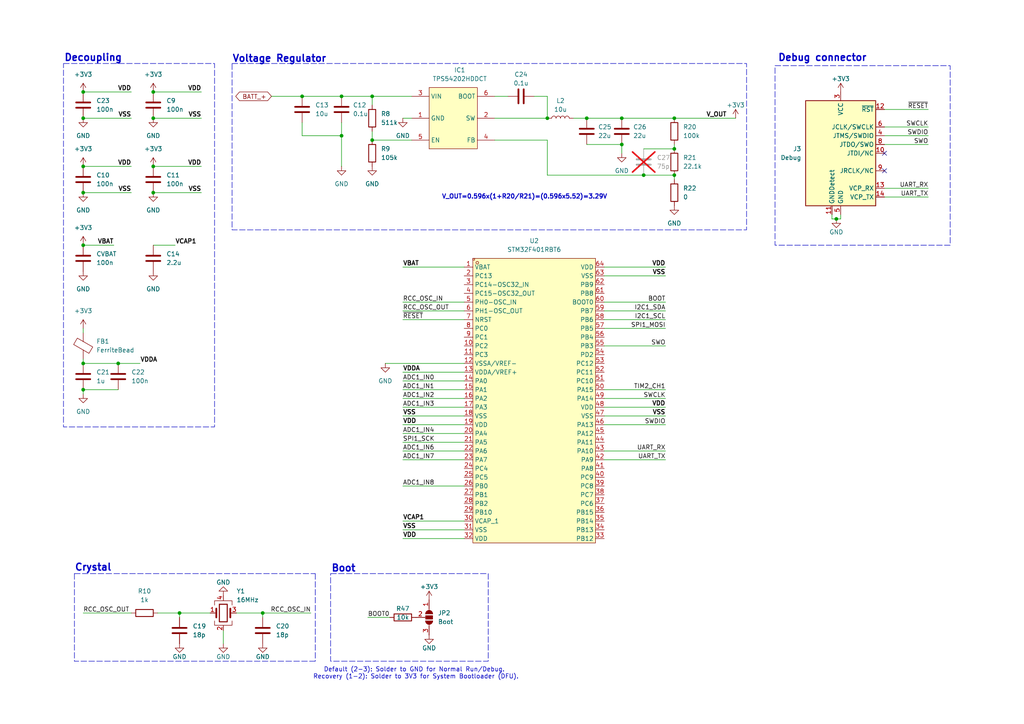
<source format=kicad_sch>
(kicad_sch (version 20250114) (generator "eeschema") (generator_version "9.0")
  (paper "A4")
  (title_block (comment 1 "Angelo Perotti"))
  (lib_symbols
    (symbol "+3V3_16" (power) (pin_names (offset 0))
      (property "Value" "+3V3_16" (at 0 3.556 0))
      (symbol "+3V3_16_0_1"
        (polyline (pts (xy -0.762 1.27) (xy 0 2.54)))
        (polyline (pts (xy 0 2.54) (xy 0.762 1.27)))
        (polyline (pts (xy 0 0) (xy 0 2.54)))
      )
      (symbol "+3V3_16_1_1"
        (pin power_in line (at 0 0 90) (length 0) (hide yes) (name "+3V3") (number "1"))
      )
    )
    (symbol "Connector:Conn_ST_STDC14"
      (property "Reference" "J" (at -8.89 16.51 0))
      (property "Value" "Conn_ST_STDC14" (at 17.78 16.51 0))
      (symbol "Conn_ST_STDC14_0_1"
        (rectangle (start -10.16 15.24) (end 10.16 -15.24) (stroke (width 0.254)) (fill (type background)))
      )
      (symbol "Conn_ST_STDC14_1_1"
        (pin no_connect line (at -10.16 5.08 0) (length 2.54) (hide yes) (name "NC") (number "1"))
        (pin no_connect line (at -10.16 2.54 0) (length 2.54) (hide yes) (name "NC") (number "2"))
        (pin passive line (at -2.54 -17.78 90) (length 2.54) (name "GNDDetect") (number "11"))
        (pin power_in line (at 0 17.78 270) (length 2.54) (name "VCC") (number "3"))
        (pin power_in line (at 0 -17.78 90) (length 2.54) (name "GND") (number "5"))
        (pin passive line (at 0 -17.78 90) (length 2.54) (hide yes) (name "GND") (number "7"))
        (pin open_collector line (at 12.7 12.7 180) (length 2.54) (name "~{RST}") (number "12"))
        (pin output line (at 12.7 7.62 180) (length 2.54) (name "JCLK/SWCLK") (number "6"))
        (pin bidirectional line (at 12.7 5.08 180) (length 2.54) (name "JTMS/SWDIO") (number "4"))
        (pin input line (at 12.7 2.54 180) (length 2.54) (name "JTDO/SWO") (number "8"))
        (pin output line (at 12.7 0 180) (length 2.54) (name "JTDI/NC") (number "10"))
        (pin input line (at 12.7 -5.08 180) (length 2.54) (name "JRCLK/NC") (number "9"))
        (pin output line (at 12.7 -10.16 180) (length 2.54) (name "VCP_RX") (number "13"))
        (pin input line (at 12.7 -12.7 180) (length 2.54) (name "VCP_TX") (number "14"))
      )
    )
    (symbol "Device:C" (pin_numbers (hide yes)) (pin_names (offset 0.254))
      (property "Reference" "C" (at 0.635 2.54 0))
      (property "Value" "C" (at 0.635 -2.54 0))
      (symbol "C_0_1"
        (polyline (pts (xy -2.032 0.762) (xy 2.032 0.762)) (stroke (width 0.508)))
        (polyline (pts (xy -2.032 -0.762) (xy 2.032 -0.762)) (stroke (width 0.508)))
      )
      (symbol "C_1_1"
        (pin passive line (at 0 3.81 270) (length 2.794) (name "~") (number "1"))
        (pin passive line (at 0 -3.81 90) (length 2.794) (name "~") (number "2"))
      )
    )
    (symbol "Device:Crystal_GND24" (pin_names (offset 1.016) (hide yes))
      (property "Reference" "Y" (at 3.175 5.08 0))
      (property "Value" "Crystal_GND24" (at 3.175 3.175 0))
      (symbol "Crystal_GND24_0_1"
        (polyline (pts (xy -2.54 2.286) (xy -2.54 3.556) (xy 2.54 3.556) (xy 2.54 2.286)))
        (polyline (pts (xy -2.54 0) (xy -2.032 0)))
        (polyline (pts (xy -2.54 -2.286) (xy -2.54 -3.556) (xy 2.54 -3.556) (xy 2.54 -2.286)))
        (polyline (pts (xy -2.032 -1.27) (xy -2.032 1.27)) (stroke (width 0.508)))
        (rectangle (start -1.143 2.54) (end 1.143 -2.54) (stroke (width 0.3048)))
        (polyline (pts (xy 0 3.556) (xy 0 3.81)))
        (polyline (pts (xy 0 -3.81) (xy 0 -3.556)))
        (polyline (pts (xy 2.032 0) (xy 2.54 0)))
        (polyline (pts (xy 2.032 -1.27) (xy 2.032 1.27)) (stroke (width 0.508)))
      )
      (symbol "Crystal_GND24_1_1"
        (pin passive line (at -3.81 0 0) (length 1.27) (name "1") (number "1"))
        (pin passive line (at 0 5.08 270) (length 1.27) (name "2") (number "2"))
        (pin passive line (at 0 -5.08 90) (length 1.27) (name "4") (number "4"))
        (pin passive line (at 3.81 0 180) (length 1.27) (name "3") (number "3"))
      )
    )
    (symbol "Device:FerriteBead" (pin_numbers (hide yes)) (pin_names (offset 0))
      (property "Reference" "FB" (at -3.81 0.635 90))
      (property "Value" "FerriteBead" (at 3.81 0 90))
      (symbol "FerriteBead_0_1"
        (polyline (pts (xy -2.7686 0.4064) (xy -1.7018 2.2606) (xy 2.7686 -0.3048) (xy 1.6764 -2.159) (xy -2.7686 0.4064)))
        (polyline (pts (xy 0 1.27) (xy 0 1.2954)))
        (polyline (pts (xy 0 -1.27) (xy 0 -1.2192)))
      )
      (symbol "FerriteBead_1_1"
        (pin passive line (at 0 3.81 270) (length 2.54) (name "~") (number "1"))
        (pin passive line (at 0 -3.81 90) (length 2.54) (name "~") (number "2"))
      )
    )
    (symbol "Device:L" (pin_numbers (hide yes)) (pin_names (offset 1.016) (hide yes))
      (property "Reference" "L" (at -1.27 0 90))
      (property "Value" "L" (at 1.905 0 90))
      (symbol "L_0_1"
        (arc (start 0 2.54) (mid 0.6323 1.905) (end 0 1.27))
        (arc (start 0 1.27) (mid 0.6323 0.635) (end 0 0))
        (arc (start 0 0) (mid 0.6323 -0.635) (end 0 -1.27))
        (arc (start 0 -1.27) (mid 0.6323 -1.905) (end 0 -2.54))
      )
      (symbol "L_1_1"
        (pin passive line (at 0 3.81 270) (length 1.27) (name "1") (number "1"))
        (pin passive line (at 0 -3.81 90) (length 1.27) (name "2") (number "2"))
      )
    )
    (symbol "Device:R" (pin_numbers (hide yes)) (pin_names (offset 0))
      (property "Reference" "R" (at 2.032 0 90))
      (property "Value" "R" (at 0 0 90))
      (symbol "R_0_1"
        (rectangle (start -1.016 -2.54) (end 1.016 2.54) (stroke (width 0.254)))
      )
      (symbol "R_1_1"
        (pin passive line (at 0 3.81 270) (length 1.27) (name "~") (number "1"))
        (pin passive line (at 0 -3.81 90) (length 1.27) (name "~") (number "2"))
      )
    )
    (symbol "EasyEDA:STM32F401RBT6"
      (property "Reference" "U2" (at 0 46.99 0))
      (property "Value" "STM32F401RBT6" (at 0 44.45 0))
      (symbol "STM32F401RBT6_0_1"
        (rectangle (start -17.78 41.91) (end -17.27 41.4) (fill (type background)))
        (circle (center -16.51 40.64) (radius 0.38))
        (pin unspecified line (at -20.32 39.37 0) (length 2.54) (name "VBAT") (number "1"))
        (pin unspecified line (at -20.32 36.83 0) (length 2.54) (name "PC13") (number "2"))
        (pin unspecified line (at -20.32 34.29 0) (length 2.54) (name "PC14-OSC32_IN") (number "3"))
        (pin unspecified line (at -20.32 31.75 0) (length 2.54) (name "PC15-OSC32_OUT") (number "4"))
        (pin unspecified line (at -20.32 29.21 0) (length 2.54) (name "PH0-OSC_IN") (number "5"))
        (pin unspecified line (at -20.32 26.67 0) (length 2.54) (name "PH1-OSC_OUT") (number "6"))
        (pin unspecified line (at -20.32 24.13 0) (length 2.54) (name "NRST") (number "7"))
        (pin unspecified line (at -20.32 21.59 0) (length 2.54) (name "PC0") (number "8"))
        (pin unspecified line (at -20.32 19.05 0) (length 2.54) (name "PC1") (number "9"))
        (pin unspecified line (at -20.32 16.51 0) (length 2.54) (name "PC2") (number "10"))
        (pin unspecified line (at -20.32 13.97 0) (length 2.54) (name "PC3") (number "11"))
        (pin unspecified line (at -20.32 11.43 0) (length 2.54) (name "VSSA/VREF-") (number "12"))
        (pin unspecified line (at -20.32 8.89 0) (length 2.54) (name "VDDA/VREF+") (number "13"))
        (pin unspecified line (at -20.32 6.35 0) (length 2.54) (name "PA0") (number "14"))
        (pin unspecified line (at -20.32 3.81 0) (length 2.54) (name "PA1") (number "15"))
        (pin unspecified line (at -20.32 1.27 0) (length 2.54) (name "PA2") (number "16"))
        (pin unspecified line (at -20.32 -1.27 0) (length 2.54) (name "PA3") (number "17"))
        (pin unspecified line (at -20.32 -3.81 0) (length 2.54) (name "VSS") (number "18"))
        (pin unspecified line (at -20.32 -6.35 0) (length 2.54) (name "VDD") (number "19"))
        (pin unspecified line (at -20.32 -8.89 0) (length 2.54) (name "PA4") (number "20"))
        (pin unspecified line (at -20.32 -11.43 0) (length 2.54) (name "PA5") (number "21"))
        (pin unspecified line (at -20.32 -13.97 0) (length 2.54) (name "PA6") (number "22"))
        (pin unspecified line (at -20.32 -16.51 0) (length 2.54) (name "PA7") (number "23"))
        (pin unspecified line (at -20.32 -19.05 0) (length 2.54) (name "PC4") (number "24"))
        (pin unspecified line (at -20.32 -21.59 0) (length 2.54) (name "PC5") (number "25"))
        (pin unspecified line (at -20.32 -24.13 0) (length 2.54) (name "PB0") (number "26"))
        (pin unspecified line (at -20.32 -26.67 0) (length 2.54) (name "PB1") (number "27"))
        (pin unspecified line (at -20.32 -29.21 0) (length 2.54) (name "PB2") (number "28"))
        (pin unspecified line (at -20.32 -31.75 0) (length 2.54) (name "PB10") (number "29"))
        (pin unspecified line (at -20.32 -34.29 0) (length 2.54) (name "VCAP_1") (number "30"))
        (pin unspecified line (at -20.32 -36.83 0) (length 2.54) (name "VSS") (number "31"))
        (pin unspecified line (at -20.32 -39.37 0) (length 2.54) (name "VDD") (number "32"))
        (pin unspecified line (at 20.32 39.37 180) (length 2.54) (name "VDD") (number "64"))
        (pin unspecified line (at 20.32 36.83 180) (length 2.54) (name "VSS") (number "63"))
        (pin unspecified line (at 20.32 34.29 180) (length 2.54) (name "PB9") (number "62"))
        (pin unspecified line (at 20.32 31.75 180) (length 2.54) (name "PB8") (number "61"))
        (pin unspecified line (at 20.32 29.21 180) (length 2.54) (name "BOOT0") (number "60"))
        (pin unspecified line (at 20.32 26.67 180) (length 2.54) (name "PB7") (number "59"))
        (pin unspecified line (at 20.32 24.13 180) (length 2.54) (name "PB6") (number "58"))
        (pin unspecified line (at 20.32 21.59 180) (length 2.54) (name "PB5") (number "57"))
        (pin unspecified line (at 20.32 19.05 180) (length 2.54) (name "PB4") (number "56"))
        (pin unspecified line (at 20.32 16.51 180) (length 2.54) (name "PB3") (number "55"))
        (pin unspecified line (at 20.32 13.97 180) (length 2.54) (name "PD2") (number "54"))
        (pin unspecified line (at 20.32 11.43 180) (length 2.54) (name "PC12") (number "53"))
        (pin unspecified line (at 20.32 8.89 180) (length 2.54) (name "PC11") (number "52"))
        (pin unspecified line (at 20.32 6.35 180) (length 2.54) (name "PC10") (number "51"))
        (pin unspecified line (at 20.32 3.81 180) (length 2.54) (name "PA15") (number "50"))
        (pin unspecified line (at 20.32 1.27 180) (length 2.54) (name "PA14") (number "49"))
        (pin unspecified line (at 20.32 -1.27 180) (length 2.54) (name "VDD") (number "48"))
        (pin unspecified line (at 20.32 -3.81 180) (length 2.54) (name "VSS") (number "47"))
        (pin unspecified line (at 20.32 -6.35 180) (length 2.54) (name "PA13") (number "46"))
        (pin unspecified line (at 20.32 -8.89 180) (length 2.54) (name "PA12") (number "45"))
        (pin unspecified line (at 20.32 -11.43 180) (length 2.54) (name "PA11") (number "44"))
        (pin unspecified line (at 20.32 -13.97 180) (length 2.54) (name "PA10") (number "43"))
        (pin unspecified line (at 20.32 -16.51 180) (length 2.54) (name "PA9") (number "42"))
        (pin unspecified line (at 20.32 -19.05 180) (length 2.54) (name "PA8") (number "41"))
        (pin unspecified line (at 20.32 -21.59 180) (length 2.54) (name "PC9") (number "40"))
        (pin unspecified line (at 20.32 -24.13 180) (length 2.54) (name "PC8") (number "39"))
        (pin unspecified line (at 20.32 -26.67 180) (length 2.54) (name "PC7") (number "38"))
        (pin unspecified line (at 20.32 -29.21 180) (length 2.54) (name "PC6") (number "37"))
        (pin unspecified line (at 20.32 -31.75 180) (length 2.54) (name "PB15") (number "36"))
        (pin unspecified line (at 20.32 -34.29 180) (length 2.54) (name "PB14") (number "35"))
        (pin unspecified line (at 20.32 -36.83 180) (length 2.54) (name "PB13") (number "34"))
        (pin unspecified line (at 20.32 -39.37 180) (length 2.54) (name "PB12") (number "33"))
      )
      (symbol "STM32F401RBT6_1_1"
        (rectangle (start -17.78 41.91) (end 17.78 -40.64) (fill (type background)))
      )
    )
    (symbol "GND_1" (power) (pin_names (offset 0))
      (property "Value" "GND_1" (at 0 -3.81 0))
      (symbol "GND_1_0_1"
        (polyline (pts (xy 0 0) (xy 0 -1.27) (xy 1.27 -1.27) (xy 0 -2.54) (xy -1.27 -1.27) (xy 0 -1.27)))
      )
      (symbol "GND_1_1_1"
        (pin power_in line (at 0 0 270) (length 0) (hide yes) (name "GND") (number "1"))
      )
    )
    (symbol "Jumper:SolderJumper_3_Open" (pin_names (offset 0) (hide yes))
      (property "Reference" "JP" (at -2.54 -2.54 0))
      (property "Value" "SolderJumper_3_Open" (at 0 2.794 0))
      (symbol "SolderJumper_3_Open_0_1"
        (polyline (pts (xy -2.54 0) (xy -2.032 0)))
        (polyline (pts (xy -1.016 1.016) (xy -1.016 -1.016)))
        (arc (start -1.016 -1.016) (mid -2.0275 0) (end -1.016 1.016))
        (arc (start -1.016 -1.016) (mid -2.0275 0) (end -1.016 1.016) (fill (type outline)))
        (rectangle (start -0.508 1.016) (end 0.508 -1.016) (fill (type outline)))
        (polyline (pts (xy 0 -1.27) (xy 0 -1.016)))
        (arc (start 1.016 1.016) (mid 2.0275 0) (end 1.016 -1.016))
        (arc (start 1.016 1.016) (mid 2.0275 0) (end 1.016 -1.016) (fill (type outline)))
        (polyline (pts (xy 1.016 1.016) (xy 1.016 -1.016)))
        (polyline (pts (xy 2.54 0) (xy 2.032 0)))
      )
      (symbol "SolderJumper_3_Open_1_1"
        (pin passive line (at -5.08 0 0) (length 2.54) (name "A") (number "1"))
        (pin passive line (at 0 -3.81 90) (length 2.54) (name "C") (number "2"))
        (pin passive line (at 5.08 0 180) (length 2.54) (name "B") (number "3"))
      )
    )
    (symbol "TPS54202HDDCT:TPS54202HDDCT"
      (property "Reference" "IC1" (at 13.97 7.62 0))
      (property "Value" "TPS54202HDDCT" (at 13.97 5.08 0))
      (symbol "TPS54202HDDCT_1_1"
        (rectangle (start 5.08 2.54) (end 19.05 -15.24) (fill (type background)))
        (pin passive line (at 0 0 0) (length 5.08) (name "VIN") (number "3"))
        (pin passive line (at 0 -6.35 0) (length 5.08) (name "GND") (number "1"))
        (pin passive line (at 0 -12.7 0) (length 5.08) (name "EN") (number "5"))
        (pin passive line (at 24.13 0 180) (length 5.08) (name "BOOT") (number "6"))
        (pin passive line (at 24.13 -6.35 180) (length 5.08) (name "SW") (number "2"))
        (pin passive line (at 24.13 -12.7 180) (length 5.08) (name "FB") (number "4"))
      )
    )
    (symbol "power:+3V3" (power) (pin_numbers (hide yes)) (pin_names (offset 0) (hide yes))
      (property "Value" "+3V3" (at 0 3.556 0))
      (symbol "+3V3_0_1"
        (polyline (pts (xy -0.762 1.27) (xy 0 2.54)))
        (polyline (pts (xy 0 2.54) (xy 0.762 1.27)))
        (polyline (pts (xy 0 0) (xy 0 2.54)))
      )
      (symbol "+3V3_1_1"
        (pin power_in line (at 0 0 90) (length 0) (name "~") (number "1"))
      )
    )
    (symbol "power:GND" (power) (pin_numbers (hide yes)) (pin_names (offset 0) (hide yes))
      (property "Value" "GND" (at 0 -3.81 0))
      (symbol "GND_0_1"
        (polyline (pts (xy 0 0) (xy 0 -1.27) (xy 1.27 -1.27) (xy 0 -2.54) (xy -1.27 -1.27) (xy 0 -1.27)))
      )
      (symbol "GND_1_1"
        (pin power_in line (at 0 0 270) (length 0) (name "~") (number "1"))
      )
    )
  )
  (rectangle (start 18.415 18.415) (end 62.23 123.825) (stroke (width 0) (type dash)))
  (rectangle (start 224.79 19.05) (end 275.59 71.12) (stroke (width 0) (type dash)))
  (rectangle (start 67.31 18.415) (end 216.535 66.675) (stroke (width 0) (type dash)))
  (rectangle (start 95.885 166.37) (end 141.605 191.77) (stroke (width 0) (type dash)))
  (text "Crystal" (at 21.59 165.862 0) (effects (font (size 2 2) (thickness 0.4) (bold yes)) (justify left bottom)))
  (text "Boot\n" (at 96.012 166.116 0) (effects (font (size 2 2) (thickness 0.4) (bold yes)) (justify left bottom)))
  (text "V_OUT=0.596x(1+R20/R21)=(0.596x5.52)=3.29V\n" (at 152.146 57.15 0) (effects (font (size 1.27 1.27) (thickness 0.254) (bold yes))))
  (text "Voltage Regulator" (at 67.31 18.288 0) (effects (font (size 2 2) (thickness 0.4) (bold yes)) (justify left bottom)))
  (text "Debug connector" (at 225.552 18.034 0) (effects (font (size 2 2) (bold yes)) (justify left bottom)))
  (text "Default (2-3): Solder to GND for Normal Run/Debug. \nRecovery (1-2): Solder to 3V3 for System Bootloader (DFU)." (at 120.65 195.326 0) (effects (font (size 1.27 1.27) (thickness 0.1588))))
  (text "Decoupling\n" (at 18.542 18.034 0) (effects (font (size 2 2) (thickness 0.4) (bold yes)) (justify left bottom)))
  (junction (at 24.13 113.03))
  (junction (at 195.58 43.18))
  (junction (at 186.69 50.8))
  (junction (at 44.45 26.67))
  (junction (at 24.13 55.88))
  (junction (at 180.34 34.29))
  (junction (at 99.06 39.37))
  (junction (at 44.45 55.88))
  (junction (at 76.2 177.8))
  (junction (at 24.13 71.12))
  (junction (at 34.29 105.41))
  (junction (at 107.95 40.64))
  (junction (at 242.57 63.5))
  (junction (at 170.18 34.29))
  (junction (at 24.13 105.41))
  (junction (at 24.13 48.26))
  (junction (at 52.07 177.8))
  (junction (at 158.75 34.29))
  (junction (at 87.63 27.94))
  (junction (at 24.13 34.29))
  (junction (at 44.45 48.26))
  (junction (at 180.34 41.91))
  (junction (at 195.58 34.29))
  (junction (at 24.13 26.67))
  (junction (at 44.45 34.29))
  (junction (at 107.95 27.94))
  (junction (at 195.58 50.8))
  (junction (at 99.06 27.94))
  (no_connect (at 256.54 49.53))
  (no_connect (at 256.54 44.45))
  (wire (pts (xy 107.95 38.1) (xy 107.95 40.64)))
  (wire (pts (xy 116.84 125.73) (xy 134.62 125.73)))
  (wire (pts (xy 34.29 105.41) (xy 24.13 105.41)))
  (wire (pts (xy 175.26 87.63) (xy 193.04 87.63)))
  (wire (pts (xy 116.84 123.19) (xy 134.62 123.19)))
  (wire (pts (xy 116.84 77.47) (xy 134.62 77.47)))
  (wire (pts (xy 107.95 40.64) (xy 119.38 40.64)))
  (wire (pts (xy 116.84 110.49) (xy 134.62 110.49)))
  (wire (pts (xy 58.42 55.88) (xy 44.45 55.88)))
  (wire (pts (xy 269.24 39.37) (xy 256.54 39.37)))
  (polyline (pts (xy 91.44 191.77) (xy 21.59 191.77)) (stroke (width 0) (type dash)))
  (wire (pts (xy 116.84 140.97) (xy 134.62 140.97)))
  (polyline (pts (xy 21.59 166.37) (xy 91.44 166.37)) (stroke (width 0) (type dash)))
  (wire (pts (xy 158.75 50.8) (xy 158.75 40.64)))
  (wire (pts (xy 158.75 34.29) (xy 158.75 27.94)))
  (wire (pts (xy 107.95 30.48) (xy 107.95 27.94)))
  (wire (pts (xy 38.1 26.67) (xy 24.13 26.67)))
  (wire (pts (xy 99.06 27.94) (xy 107.95 27.94)))
  (wire (pts (xy 116.84 115.57) (xy 134.62 115.57)))
  (wire (pts (xy 175.26 115.57) (xy 193.04 115.57)))
  (wire (pts (xy 52.07 177.8) (xy 60.96 177.8)))
  (wire (pts (xy 193.04 100.33) (xy 175.26 100.33)))
  (wire (pts (xy 269.24 41.91) (xy 256.54 41.91)))
  (wire (pts (xy 158.75 50.8) (xy 186.69 50.8)))
  (wire (pts (xy 52.07 179.07) (xy 52.07 177.8)))
  (wire (pts (xy 116.84 90.17) (xy 134.62 90.17)))
  (wire (pts (xy 175.26 130.81) (xy 193.04 130.81)))
  (wire (pts (xy 269.24 54.61) (xy 256.54 54.61)))
  (wire (pts (xy 243.84 63.5) (xy 242.57 63.5)))
  (wire (pts (xy 50.8 71.12) (xy 44.45 71.12)))
  (wire (pts (xy 256.54 57.15) (xy 269.24 57.15)))
  (wire (pts (xy 241.3 62.23) (xy 241.3 63.5)))
  (wire (pts (xy 24.13 95.25) (xy 24.13 96.52)))
  (wire (pts (xy 269.24 36.83) (xy 256.54 36.83)))
  (wire (pts (xy 99.06 39.37) (xy 87.63 39.37)))
  (wire (pts (xy 24.13 113.03) (xy 34.29 113.03)))
  (wire (pts (xy 170.18 41.91) (xy 180.34 41.91)))
  (polyline (pts (xy 21.59 166.37) (xy 21.59 191.77)) (stroke (width 0) (type dash)))
  (wire (pts (xy 170.18 34.29) (xy 180.34 34.29)))
  (wire (pts (xy 158.75 27.94) (xy 154.94 27.94)))
  (wire (pts (xy 58.42 34.29) (xy 44.45 34.29)))
  (wire (pts (xy 175.26 92.71) (xy 193.04 92.71)))
  (wire (pts (xy 116.84 128.27) (xy 134.62 128.27)))
  (wire (pts (xy 45.72 177.8) (xy 52.07 177.8)))
  (wire (pts (xy 241.3 63.5) (xy 242.57 63.5)))
  (wire (pts (xy 58.42 26.67) (xy 44.45 26.67)))
  (wire (pts (xy 116.84 120.65) (xy 134.62 120.65)))
  (wire (pts (xy 193.04 80.01) (xy 175.26 80.01)))
  (wire (pts (xy 116.84 107.95) (xy 134.62 107.95)))
  (wire (pts (xy 24.13 114.3) (xy 24.13 113.03)))
  (wire (pts (xy 111.76 105.41) (xy 134.62 105.41)))
  (wire (pts (xy 116.84 113.03) (xy 134.62 113.03)))
  (wire (pts (xy 87.63 27.94) (xy 99.06 27.94)))
  (wire (pts (xy 243.84 62.23) (xy 243.84 63.5)))
  (wire (pts (xy 195.58 41.91) (xy 195.58 43.18)))
  (wire (pts (xy 107.95 27.94) (xy 119.38 27.94)))
  (wire (pts (xy 116.84 130.81) (xy 134.62 130.81)))
  (polyline (pts (xy 91.44 166.37) (xy 91.44 191.77)) (stroke (width 0) (type dash)))
  (wire (pts (xy 180.34 44.45) (xy 180.34 41.91)))
  (wire (pts (xy 116.84 153.67) (xy 134.62 153.67)))
  (wire (pts (xy 186.69 50.8) (xy 195.58 50.8)))
  (wire (pts (xy 116.84 151.13) (xy 134.62 151.13)))
  (wire (pts (xy 180.34 34.29) (xy 195.58 34.29)))
  (wire (pts (xy 269.24 31.75) (xy 256.54 31.75)))
  (wire (pts (xy 40.64 105.41) (xy 34.29 105.41)))
  (wire (pts (xy 76.2 179.07) (xy 76.2 177.8)))
  (wire (pts (xy 76.2 177.8) (xy 90.17 177.8)))
  (wire (pts (xy 87.63 39.37) (xy 87.63 35.56)))
  (wire (pts (xy 175.26 95.25) (xy 193.04 95.25)))
  (wire (pts (xy 170.18 34.29) (xy 166.37 34.29)))
  (wire (pts (xy 58.42 48.26) (xy 44.45 48.26)))
  (wire (pts (xy 38.1 48.26) (xy 24.13 48.26)))
  (wire (pts (xy 193.04 118.11) (xy 175.26 118.11)))
  (wire (pts (xy 175.26 90.17) (xy 193.04 90.17)))
  (wire (pts (xy 116.84 87.63) (xy 134.62 87.63)))
  (wire (pts (xy 186.69 43.18) (xy 195.58 43.18)))
  (wire (pts (xy 213.36 34.29) (xy 195.58 34.29)))
  (wire (pts (xy 193.04 120.65) (xy 175.26 120.65)))
  (wire (pts (xy 106.68 179.07) (xy 113.03 179.07)))
  (wire (pts (xy 33.02 71.12) (xy 24.13 71.12)))
  (wire (pts (xy 116.84 133.35) (xy 134.62 133.35)))
  (wire (pts (xy 24.13 177.8) (xy 38.1 177.8)))
  (wire (pts (xy 116.84 118.11) (xy 134.62 118.11)))
  (wire (pts (xy 158.75 40.64) (xy 143.51 40.64)))
  (wire (pts (xy 38.1 34.29) (xy 24.13 34.29)))
  (wire (pts (xy 147.32 27.94) (xy 143.51 27.94)))
  (wire (pts (xy 195.58 50.8) (xy 195.58 52.07)))
  (wire (pts (xy 175.26 133.35) (xy 193.04 133.35)))
  (wire (pts (xy 116.84 34.29) (xy 119.38 34.29)))
  (wire (pts (xy 76.2 177.8) (xy 68.58 177.8)))
  (wire (pts (xy 99.06 48.26) (xy 99.06 39.37)))
  (wire (pts (xy 116.84 92.71) (xy 134.62 92.71)))
  (wire (pts (xy 64.77 182.88) (xy 64.77 186.69)))
  (wire (pts (xy 175.26 123.19) (xy 193.04 123.19)))
  (wire (pts (xy 38.1 55.88) (xy 24.13 55.88)))
  (wire (pts (xy 116.84 156.21) (xy 134.62 156.21)))
  (wire (pts (xy 24.13 104.14) (xy 24.13 105.41)))
  (wire (pts (xy 175.26 113.03) (xy 193.04 113.03)))
  (wire (pts (xy 99.06 39.37) (xy 99.06 35.56)))
  (wire (pts (xy 78.74 27.94) (xy 87.63 27.94)))
  (wire (pts (xy 143.51 34.29) (xy 158.75 34.29)))
  (wire (pts (xy 193.04 77.47) (xy 175.26 77.47)))
  (label "VDD" (at 38.1 48.26 180) (effects (font (thickness 0.254) (bold yes))))
  (label "VDD" (at 58.42 26.67 180) (effects (font (thickness 0.254) (bold yes))))
  (label "UART_TX" (at 269.24 57.15 180))
  (label "VDD" (at 58.42 48.26 180) (effects (font (thickness 0.254) (bold yes))))
  (label "ADC1_IN6" (at 116.84 130.81 0) (effects (font (thickness 0.1588))))
  (label "~{RESET}" (at 269.24 31.75 180))
  (label "RCC_OSC_IN" (at 116.84 87.63 0) (effects (font (thickness 0.1588))))
  (label "VCAP1" (at 116.84 151.13 0) (effects (font (thickness 0.254) (bold yes))))
  (label "RCC_OSC_OUT" (at 24.13 177.8 0) (effects (font (thickness 0.1588))))
  (label "UART_RX" (at 193.04 130.81 180))
  (label "VBAT" (at 116.84 77.47 0) (effects (font (thickness 0.254) (bold yes))))
  (label "VDD" (at 116.84 156.21 0) (effects (font (thickness 0.254) (bold yes))))
  (label "BOOT" (at 193.04 87.63 180) (effects (font (thickness 0.1588))))
  (label "ADC1_IN8" (at 116.84 140.97 0) (effects (font (thickness 0.1588))))
  (label "ADC1_IN7" (at 116.84 133.35 0) (effects (font (thickness 0.1588))))
  (label "VDDA" (at 40.64 105.41 0) (effects (font (thickness 0.254) (bold yes))))
  (label "SWDIO" (at 193.04 123.19 180))
  (label "VSS" (at 193.04 120.65 180) (effects (font (thickness 0.254) (bold yes))))
  (label "RCC_OSC_IN" (at 90.17 177.8 180) (effects (font (thickness 0.1588))))
  (label "I2C1_SDA" (at 193.04 90.17 180) (effects (font (thickness 0.1588))))
  (label "VSS" (at 116.84 120.65 0) (effects (font (thickness 0.254) (bold yes))))
  (label "RCC_OSC_OUT" (at 116.84 90.17 0) (effects (font (thickness 0.1588))))
  (label "ADC1_IN0" (at 116.84 110.49 0) (effects (font (thickness 0.1588))))
  (label "VBAT" (at 33.02 71.12 180) (effects (font (thickness 0.254) (bold yes))))
  (label "I2C1_SCL" (at 193.04 92.71 180) (effects (font (thickness 0.1588))))
  (label "SWCLK" (at 269.24 36.83 180))
  (label "VDD" (at 116.84 123.19 0) (effects (font (thickness 0.254) (bold yes))))
  (label "SWDIO" (at 269.24 39.37 180))
  (label "VSS" (at 58.42 34.29 180) (effects (font (thickness 0.254) (bold yes))))
  (label "~{RESET}" (at 116.84 92.71 0))
  (label "TIM2_CH1" (at 193.04 113.03 180) (effects (font (thickness 0.1588))))
  (label "VSS" (at 116.84 153.67 0) (effects (font (thickness 0.254) (bold yes))))
  (label "UART_TX" (at 193.04 133.35 180))
  (label "ADC1_IN2" (at 116.84 115.57 0) (effects (font (thickness 0.1588))))
  (label "VSS" (at 58.42 55.88 180) (effects (font (thickness 0.254) (bold yes))))
  (label "VCAP1" (at 50.8 71.12 0) (effects (font (thickness 0.254) (bold yes))))
  (label "SWO" (at 269.24 41.91 180))
  (label "UART_RX" (at 269.24 54.61 180))
  (label "SPI1_MOSI" (at 193.04 95.25 180) (effects (font (thickness 0.1588))))
  (label "V_OUT" (at 210.82 34.29 180) (effects (font (thickness 0.254) (bold yes))))
  (label "VSS" (at 38.1 34.29 180) (effects (font (thickness 0.254) (bold yes))))
  (label "BOOT0" (at 106.68 179.07 0))
  (label "SWO" (at 193.04 100.33 180))
  (label "VSS" (at 193.04 80.01 180) (effects (font (thickness 0.254) (bold yes))))
  (label "VDD" (at 38.1 26.67 180) (effects (font (thickness 0.254) (bold yes))))
  (label "ADC1_IN4" (at 116.84 125.73 0) (effects (font (thickness 0.1588))))
  (label "VDD" (at 193.04 118.11 180) (effects (font (thickness 0.254) (bold yes))))
  (label "VDD" (at 193.04 77.47 180) (effects (font (thickness 0.254) (bold yes))))
  (label "SPI1_SCK" (at 116.84 128.27 0) (effects (font (thickness 0.1588))))
  (label "SWCLK" (at 193.04 115.57 180))
  (label "ADC1_IN3" (at 116.84 118.11 0) (effects (font (thickness 0.1588))))
  (label "VSS" (at 38.1 55.88 180) (effects (font (thickness 0.254) (bold yes))))
  (label "ADC1_IN1" (at 116.84 113.03 0) (effects (font (thickness 0.1588))))
  (label "VDDA" (at 116.84 107.95 0) (effects (font (thickness 0.254) (bold yes))))
  (global_label "BATT_+" (shape bidirectional) (at 78.74 27.94 180) (property "Intersheetrefs" "${INTERSHEET_REFS}" (effects (hide yes))))
  (symbol (lib_id "Device:R") (at 116.84 179.07 90) (unit 1)
    (property "Reference" "R47" (at 116.84 176.53 90))
    (property "Value" "10k" (at 116.84 179.07 90))
    (property "Footprint" "Resistor_SMD:R_0603_1608Metric" (effects (hide yes)))
  )
  (symbol (lib_name "GND_1") (lib_id "power:GND") (at 64.77 172.72 180) (unit 1)
    (property "Reference" "#PWR026" (effects (hide yes)))
    (property "Value" "GND" (at 64.77 168.91 0))
  )
  (symbol (lib_id "Device:C") (at 99.06 31.75 0) (unit 1)
    (property "Reference" "C12" (at 102.362 30.48 0) (effects (justify left)))
    (property "Value" "0.1u" (at 102.362 33.02 0) (effects (justify left)))
    (property "Description" "Unpolarized capacitor" (effects (hide yes)))
  )
  (symbol (lib_id "Device:C") (at 87.63 31.75 0) (unit 1)
    (property "Reference" "C13" (at 91.44 30.4799 0) (effects (justify left)))
    (property "Value" "10u" (at 91.44 33.0199 0) (effects (justify left)))
    (property "Description" "Unpolarized capacitor" (effects (hide yes)))
  )
  (symbol (lib_id "Device:C") (at 44.45 30.48 0) (unit 1)
    (property "Reference" "C9" (at 48.26 29.2099 0) (effects (justify left)))
    (property "Value" "100n" (at 48.26 31.7499 0) (effects (justify left)))
    (property "Description" "Unpolarized capacitor" (effects (hide yes)))
  )
  (symbol (lib_id "power:GND") (at 242.57 63.5 0) (unit 1)
    (property "Reference" "#PWR056" (effects (hide yes)))
    (property "Value" "GND" (at 242.57 67.31 0))
  )
  (symbol (lib_id "power:+3V3") (at 24.13 48.26 0) (unit 1)
    (property "Reference" "#PWR036" (effects (hide yes)))
    (property "Value" "+3V3" (at 24.13 43.18 0))
    (property "Description" "Power symbol creates a global label with name \"+3V3\"" (effects (hide yes)))
  )
  (symbol (lib_id "Device:C") (at 76.2 182.88 0) (unit 1)
    (property "Reference" "C20" (at 80.01 181.6099 0) (effects (justify left)))
    (property "Value" "18p" (at 80.01 184.1499 0) (effects (justify left)))
    (property "Footprint" "Capacitor_SMD:C_0603_1608Metric" (effects (hide yes)))
  )
  (symbol (lib_id "power:GND") (at 195.58 59.69 0) (unit 1)
    (property "Reference" "#PWR046" (effects (hide yes)))
    (property "Value" "GND" (at 195.58 64.77 0))
    (property "Description" "Power symbol creates a global label with name \"GND\" , ground" (effects (hide yes)))
  )
  (symbol (lib_id "power:+3V3") (at 24.13 71.12 0) (unit 1)
    (property "Reference" "#PWR022" (effects (hide yes)))
    (property "Value" "+3V3" (at 24.13 66.04 0))
    (property "Description" "Power symbol creates a global label with name \"+3V3\"" (effects (hide yes)))
  )
  (symbol (lib_id "power:GND") (at 107.95 48.26 0) (unit 1)
    (property "Reference" "#PWR043" (effects (hide yes)))
    (property "Value" "GND" (at 107.95 53.34 0))
    (property "Description" "Power symbol creates a global label with name \"GND\" , ground" (effects (hide yes)))
  )
  (symbol (lib_name "GND_1") (lib_id "power:GND") (at 76.2 186.69 0) (unit 1)
    (property "Reference" "#PWR042" (effects (hide yes)))
    (property "Value" "GND" (at 76.2 190.5 0))
  )
  (symbol (lib_id "Device:R") (at 195.58 46.99 0) (unit 1)
    (property "Reference" "R21" (at 198.12 45.7199 0) (effects (justify left)))
    (property "Value" "22.1k" (at 198.12 48.2599 0) (effects (justify left)))
    (property "Description" "Resistor" (effects (hide yes)))
  )
  (symbol (lib_id "power:+3V3") (at 24.13 26.67 0) (unit 1)
    (property "Reference" "#PWR031" (effects (hide yes)))
    (property "Value" "+3V3" (at 24.13 21.59 0))
    (property "Description" "Power symbol creates a global label with name \"+3V3\"" (effects (hide yes)))
  )
  (symbol (lib_id "Device:R") (at 107.95 34.29 0) (unit 1)
    (property "Reference" "R8" (at 110.49 33.0199 0) (effects (justify left)))
    (property "Value" "511k" (at 110.49 35.5599 0) (effects (justify left)))
    (property "Description" "Resistor" (effects (hide yes)))
  )
  (symbol (lib_id "Device:C") (at 170.18 38.1 0) (unit 1)
    (property "Reference" "C25" (at 173.482 36.83 0) (effects (justify left)))
    (property "Value" "22u" (at 173.482 39.37 0) (effects (justify left)))
    (property "Description" "Unpolarized capacitor" (effects (hide yes)))
  )
  (symbol (lib_id "Device:C") (at 186.69 46.99 180) (unit 1) (dnp yes)
    (property "Reference" "C27" (at 190.5 45.7199 0) (effects (justify right)))
    (property "Value" "75p" (at 190.5 48.2599 0) (effects (justify right)))
    (property "Description" "Unpolarized capacitor" (effects (hide yes)))
  )
  (symbol (lib_id "power:+3V3") (at 24.13 95.25 0) (unit 1)
    (property "Reference" "#PWR029" (effects (hide yes)))
    (property "Value" "+3V3" (at 24.13 90.17 0))
    (property "Description" "Power symbol creates a global label with name \"+3V3\"" (effects (hide yes)))
  )
  (symbol (lib_name "+3V3_16") (lib_id "power:+3V3") (at 124.46 173.99 0) (unit 1)
    (property "Reference" "#PWR069" (effects (hide yes)))
    (property "Value" "+3V3" (at 124.46 170.18 0))
  )
  (symbol (lib_id "Device:C") (at 24.13 109.22 0) (unit 1)
    (property "Reference" "C21" (at 27.94 107.9499 0) (effects (justify left)))
    (property "Value" "1u" (at 27.94 110.4899 0) (effects (justify left)))
    (property "Description" "Unpolarized capacitor" (effects (hide yes)))
  )
  (symbol (lib_id "power:GND") (at 111.76 105.41 0) (unit 1)
    (property "Reference" "#PWR028" (effects (hide yes)))
    (property "Value" "GND" (at 111.76 110.49 0))
    (property "Description" "Power symbol creates a global label with name \"GND\" , ground" (effects (hide yes)))
  )
  (symbol (lib_id "Device:R") (at 107.95 44.45 0) (unit 1)
    (property "Reference" "R9" (at 110.49 43.1799 0) (effects (justify left)))
    (property "Value" "105k" (at 110.49 45.7199 0) (effects (justify left)))
    (property "Description" "Resistor" (effects (hide yes)))
  )
  (symbol (lib_id "power:GND") (at 24.13 78.74 0) (unit 1)
    (property "Reference" "#PWR023" (effects (hide yes)))
    (property "Value" "GND" (at 24.13 83.82 0))
    (property "Description" "Power symbol creates a global label with name \"GND\" , ground" (effects (hide yes)))
  )
  (symbol (lib_id "power:+3V3") (at 213.36 34.29 0) (unit 1)
    (property "Reference" "#PWR048" (effects (hide yes)))
    (property "Value" "+3V3" (at 213.36 30.48 0))
    (property "Description" "Power symbol creates a global label with name \"+3V3\"" (effects (hide yes)))
  )
  (symbol (lib_id "power:GND") (at 124.46 184.15 0) (unit 1)
    (property "Reference" "#PWR071" (effects (hide yes)))
    (property "Value" "GND" (at 124.46 187.96 0))
  )
  (symbol (lib_id "power:GND") (at 44.45 78.74 0) (unit 1)
    (property "Reference" "#PWR024" (effects (hide yes)))
    (property "Value" "GND" (at 44.45 83.82 0))
    (property "Description" "Power symbol creates a global label with name \"GND\" , ground" (effects (hide yes)))
  )
  (symbol (lib_id "Device:R") (at 195.58 55.88 0) (unit 1)
    (property "Reference" "R22" (at 198.12 54.6099 0) (effects (justify left)))
    (property "Value" "0" (at 198.12 57.1499 0) (effects (justify left)))
    (property "Description" "Resistor" (effects (hide yes)))
  )
  (symbol (lib_name "GND_1") (lib_id "power:GND") (at 52.07 186.69 0) (mirror y) (unit 1)
    (property "Reference" "#PWR033" (effects (hide yes)))
    (property "Value" "GND" (at 52.07 190.5 0))
  )
  (symbol (lib_id "Device:C") (at 24.13 52.07 0) (unit 1)
    (property "Reference" "C10" (at 27.94 50.7999 0) (effects (justify left)))
    (property "Value" "100n" (at 27.94 53.3399 0) (effects (justify left)))
    (property "Description" "Unpolarized capacitor" (effects (hide yes)))
  )
  (symbol (lib_name "GND_1") (lib_id "power:GND") (at 64.77 186.69 0) (unit 1)
    (property "Reference" "#PWR041" (effects (hide yes)))
    (property "Value" "GND" (at 64.77 190.5 0))
  )
  (symbol (lib_id "power:+3V3") (at 44.45 48.26 0) (unit 1)
    (property "Reference" "#PWR038" (effects (hide yes)))
    (property "Value" "+3V3" (at 44.45 43.18 0))
    (property "Description" "Power symbol creates a global label with name \"+3V3\"" (effects (hide yes)))
  )
  (symbol (lib_id "Device:C") (at 44.45 74.93 0) (unit 1)
    (property "Reference" "C14" (at 48.26 73.6599 0) (effects (justify left)))
    (property "Value" "2.2u" (at 48.26 76.1999 0) (effects (justify left)))
    (property "Description" "Unpolarized capacitor" (effects (hide yes)))
  )
  (symbol (lib_id "Jumper:SolderJumper_3_Open") (at 124.46 179.07 270) (unit 1) (in_bom no)
    (property "Reference" "JP2" (at 127 177.7999 90) (effects (justify left)))
    (property "Value" "Boot" (at 127 180.3399 90) (effects (justify left)))
    (property "Footprint" "Jumper:SolderJumper-3_P1.3mm_Open_RoundedPad1.0x1.5mm" (effects (hide yes)))
  )
  (symbol (lib_id "power:GND") (at 99.06 48.26 0) (unit 1)
    (property "Reference" "#PWR044" (effects (hide yes)))
    (property "Value" "GND" (at 99.06 53.34 0))
    (property "Description" "Power symbol creates a global label with name \"GND\" , ground" (effects (hide yes)))
  )
  (symbol (lib_id "power:+3V3") (at 243.84 26.67 0) (unit 1)
    (property "Reference" "#PWR047" (effects (hide yes)))
    (property "Value" "+3V3" (at 243.84 22.86 0))
  )
  (symbol (lib_id "Device:C") (at 44.45 52.07 0) (unit 1)
    (property "Reference" "C11" (at 48.26 50.7999 0) (effects (justify left)))
    (property "Value" "100n" (at 48.26 53.3399 0) (effects (justify left)))
    (property "Description" "Unpolarized capacitor" (effects (hide yes)))
  )
  (symbol (lib_id "power:GND") (at 24.13 55.88 0) (unit 1)
    (property "Reference" "#PWR037" (effects (hide yes)))
    (property "Value" "GND" (at 24.13 60.96 0))
    (property "Description" "Power symbol creates a global label with name \"GND\" , ground" (effects (hide yes)))
  )
  (symbol (lib_id "EasyEDA:STM32F401RBT6") (at 154.94 116.84 0) (unit 1)
    (property "Reference" "U2" (at 154.94 69.85 0))
    (property "Value" "STM32F401RBT6" (at 154.94 72.39 0))
    (property "Footprint" "EasyEDA:LQFP-64_L10.0-W10.0-P0.50-LS12.0-BL" (effects (hide yes)))
    (property "Datasheet" "https://lcsc.com/product-detail/ST-Microelectronics_STMicroelectronics_STM32F401RBT6_STM32F401RBT6_C75278.html" (effects (hide yes)))
    (property "LCSC Part" "C75278" (effects (hide yes)))
  )
  (symbol (lib_id "Device:C") (at 24.13 30.48 0) (unit 1)
    (property "Reference" "C23" (at 27.94 29.2099 0) (effects (justify left)))
    (property "Value" "100n" (at 27.94 31.7499 0) (effects (justify left)))
    (property "Description" "Unpolarized capacitor" (effects (hide yes)))
  )
  (symbol (lib_id "power:GND") (at 116.84 34.29 0) (unit 1)
    (property "Reference" "#PWR040" (effects (hide yes)))
    (property "Value" "GND" (at 116.84 39.37 0))
    (property "Description" "Power symbol creates a global label with name \"GND\" , ground" (effects (hide yes)))
  )
  (symbol (lib_id "power:GND") (at 44.45 55.88 0) (unit 1)
    (property "Reference" "#PWR039" (effects (hide yes)))
    (property "Value" "GND" (at 44.45 60.96 0))
    (property "Description" "Power symbol creates a global label with name \"GND\" , ground" (effects (hide yes)))
  )
  (symbol (lib_id "Device:FerriteBead") (at 24.13 100.33 0) (unit 1)
    (property "Reference" "FB1" (at 27.94 99.0091 0) (effects (justify left)))
    (property "Value" "FerriteBead" (at 27.94 101.5491 0) (effects (justify left)))
    (property "Description" "Ferrite bead" (effects (hide yes)))
  )
  (symbol (lib_id "power:GND") (at 24.13 114.3 0) (unit 1)
    (property "Reference" "#PWR030" (effects (hide yes)))
    (property "Value" "GND" (at 24.13 119.38 0))
    (property "Description" "Power symbol creates a global label with name \"GND\" , ground" (effects (hide yes)))
  )
  (symbol (lib_id "power:+3V3") (at 44.45 26.67 0) (unit 1)
    (property "Reference" "#PWR034" (effects (hide yes)))
    (property "Value" "+3V3" (at 44.45 21.59 0))
    (property "Description" "Power symbol creates a global label with name \"+3V3\"" (effects (hide yes)))
  )
  (symbol (lib_id "power:GND") (at 180.34 44.45 0) (unit 1)
    (property "Reference" "#PWR045" (effects (hide yes)))
    (property "Value" "GND" (at 180.34 49.53 0))
    (property "Description" "Power symbol creates a global label with name \"GND\" , ground" (effects (hide yes)))
  )
  (symbol (lib_id "TPS54202HDDCT:TPS54202HDDCT") (at 119.38 27.94 0) (unit 1)
    (property "Reference" "IC1" (at 133.35 20.32 0))
    (property "Value" "TPS54202HDDCT" (at 133.35 22.86 0))
    (property "Footprint" "SOT95P280X110-6N" (effects (hide yes)))
    (property "Datasheet" "http://www.ti.com/general/docs/lit/getliterature.tsp?genericPartNumber=TPS54202H&&fileType=pdf" (effects (hide yes)))
    (property "Description" "Conv DC-DC 4.5V to 28V Synchronous Step Down Single-Out 0.6V to 26V 2A 6-Pin TSOT-23 T/R" (effects (hide yes)))
    (property "Height" "1.1" (effects (hide yes)))
    (property "Mouser Part Number" "595-TPS54202HDDCT" (effects (hide yes)))
    (property "Mouser Price/Stock" "https://www.mouser.co.uk/ProductDetail/Texas-Instruments/TPS54202HDDCT?qs=uP22XH7NdCswxMT%2FWjNSwQ%3D%3D" (effects (hide yes)))
    (property "Manufacturer_Name" "Texas Instruments" (effects (hide yes)))
    (property "Manufacturer_Part_Number" "TPS54202HDDCT" (effects (hide yes)))
  )
  (symbol (lib_id "Connector:Conn_ST_STDC14") (at 243.84 44.45 0) (unit 1)
    (property "Reference" "J3" (at 232.41 43.18 0) (effects (justify right)))
    (property "Value" "Debug" (at 232.41 45.72 0) (effects (justify right)))
    (property "Footprint" "Eagle_Connectors:SAMTEC_FTSH-107-01-L-DV-K-TR" (effects (hide yes)))
    (property "Datasheet" "docs\\datasheets\\DM00526767.pdf" (effects (hide yes)))
  )
  (symbol (lib_id "power:GND") (at 44.45 34.29 0) (unit 1)
    (property "Reference" "#PWR035" (effects (hide yes)))
    (property "Value" "GND" (at 44.45 39.37 0))
    (property "Description" "Power symbol creates a global label with name \"GND\" , ground" (effects (hide yes)))
  )
  (symbol (lib_id "power:GND") (at 24.13 34.29 0) (unit 1)
    (property "Reference" "#PWR032" (effects (hide yes)))
    (property "Value" "GND" (at 24.13 39.37 0))
    (property "Description" "Power symbol creates a global label with name \"GND\" , ground" (effects (hide yes)))
  )
  (symbol (lib_id "Device:R") (at 41.91 177.8 90) (unit 1)
    (property "Reference" "R10" (at 41.91 171.45 90))
    (property "Value" "1k" (at 41.91 173.99 90))
    (property "Footprint" "Resistor_SMD:R_0603_1608Metric" (effects (hide yes)))
  )
  (symbol (lib_id "Device:R") (at 195.58 38.1 0) (unit 1)
    (property "Reference" "R20" (at 198.12 36.8299 0) (effects (justify left)))
    (property "Value" "100k" (at 198.12 39.3699 0) (effects (justify left)))
    (property "Description" "Resistor" (effects (hide yes)))
  )
  (symbol (lib_id "Device:C") (at 52.07 182.88 0) (unit 1)
    (property "Reference" "C19" (at 55.88 181.6099 0) (effects (justify left)))
    (property "Value" "18p" (at 55.88 184.1499 0) (effects (justify left)))
    (property "Footprint" "Capacitor_SMD:C_0603_1608Metric" (effects (hide yes)))
  )
  (symbol (lib_id "Device:C") (at 151.13 27.94 90) (unit 1)
    (property "Reference" "C24" (at 151.13 21.59 90))
    (property "Value" "0.1u" (at 151.13 24.13 90))
    (property "Description" "Unpolarized capacitor" (effects (hide yes)))
  )
  (symbol (lib_id "Device:C") (at 34.29 109.22 0) (unit 1)
    (property "Reference" "C22" (at 38.1 107.9499 0) (effects (justify left)))
    (property "Value" "100n" (at 38.1 110.4899 0) (effects (justify left)))
    (property "Description" "Unpolarized capacitor" (effects (hide yes)))
  )
  (symbol (lib_id "Device:L") (at 162.56 34.29 90) (unit 1)
    (property "Reference" "L2" (at 162.56 29.21 90))
    (property "Value" "10u" (at 162.56 31.75 90))
    (property "Description" "Inductor" (effects (hide yes)))
  )
  (symbol (lib_id "Device:C") (at 24.13 74.93 0) (unit 1)
    (property "Reference" "CVBAT" (at 27.94 73.6599 0) (effects (justify left)))
    (property "Value" "100n" (at 27.94 76.1999 0) (effects (justify left)))
    (property "Description" "Unpolarized capacitor" (effects (hide yes)))
  )
  (symbol (lib_id "Device:C") (at 180.34 38.1 0) (unit 1)
    (property "Reference" "C26" (at 183.642 36.83 0) (effects (justify left)))
    (property "Value" "22u" (at 183.642 39.37 0) (effects (justify left)))
    (property "Description" "Unpolarized capacitor" (effects (hide yes)))
  )
  (symbol (lib_id "Device:Crystal_GND24") (at 64.77 177.8 0) (mirror x) (unit 1)
    (property "Reference" "Y1" (at 68.58 171.45 0) (effects (justify left)))
    (property "Value" "16MHz" (at 68.58 173.99 0) (effects (justify left)))
    (property "Footprint" "Crystal:Crystal_SMD_EuroQuartz_MT-4Pin_3.2x2.5mm" (effects (hide yes)))
  )
)
</source>
